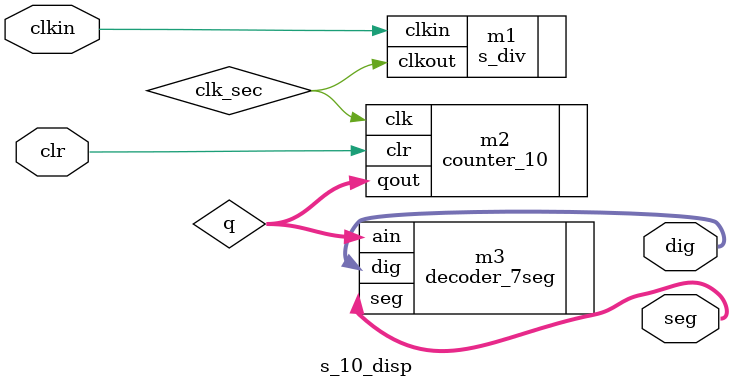
<source format=v>

module s_10_disp(clkin,clr,seg,dig);
   input    clkin,clr;   
   output [7:0] seg;
   output [5:0] dig;   
   wire [3:0] q;
   wire clk_sec;
s_div m1(
    .clkin(clkin),
      .clkout(clk_sec));
counter_10 m2(
    .clk(clk_sec),
    .clr(clr),
    .qout(q));
decoder_7seg m3(    
        .ain(q),
        .seg(seg),
        .dig(dig)
        );   
            
endmodule
</source>
